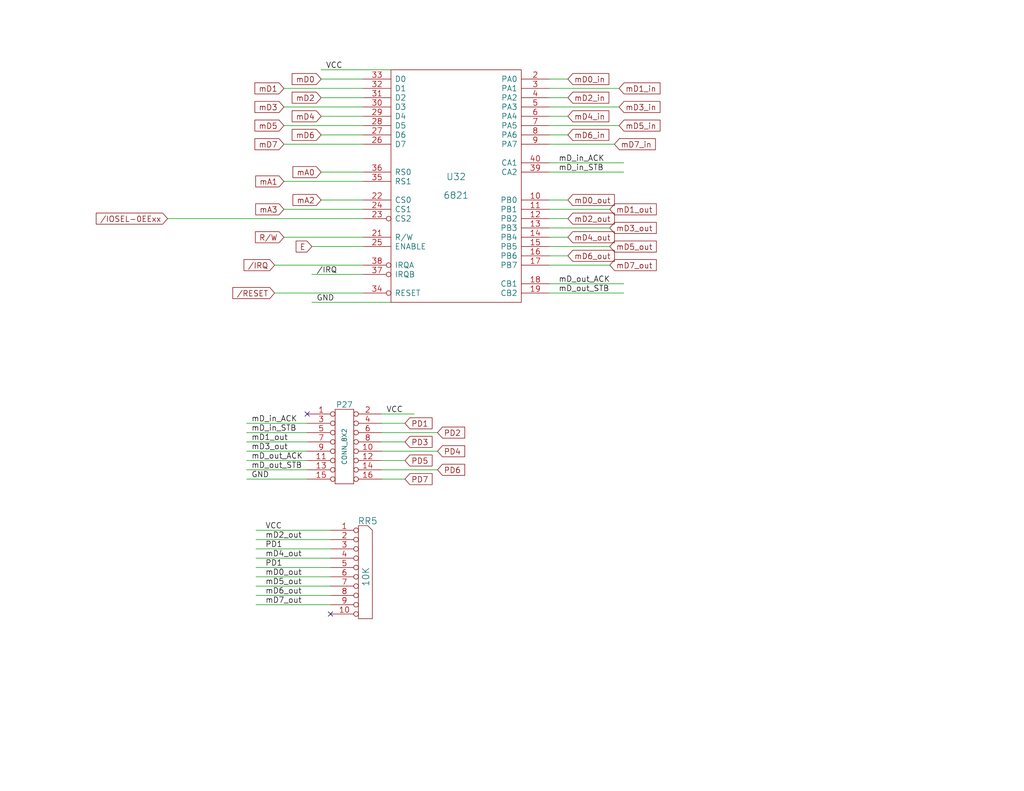
<source format=kicad_sch>
(kicad_sch
	(version 20231120)
	(generator "eeschema")
	(generator_version "8.0")
	(uuid "5c0104e9-265f-4c81-a928-64e344a1188a")
	(paper "A")
	(title_block
		(title "6809 and 6502 ATX and 6U")
		(date "19 feb 2014")
		(rev "012")
		(company "N8VEM Users Group")
		(comment 1 "Licensed for hobbyist use only.  All other rights reserved.")
		(comment 2 "Copyright (c) 2013-2014  Andrew Lynch and John Coffman")
	)
	(lib_symbols
		(symbol "6x0x-6U-rescue:6821"
			(pin_names
				(offset 1.016)
			)
			(exclude_from_sim no)
			(in_bom yes)
			(on_board yes)
			(property "Reference" "U"
				(at 0 2.54 0)
				(effects
					(font
						(size 1.778 1.778)
					)
				)
			)
			(property "Value" "6821"
				(at 0 -2.54 0)
				(effects
					(font
						(size 1.778 1.778)
					)
				)
			)
			(property "Footprint" ""
				(at 0 0 0)
				(effects
					(font
						(size 1.27 1.27)
					)
					(hide yes)
				)
			)
			(property "Datasheet" ""
				(at 0 0 0)
				(effects
					(font
						(size 1.27 1.27)
					)
					(hide yes)
				)
			)
			(property "Description" ""
				(at 0 0 0)
				(effects
					(font
						(size 1.27 1.27)
					)
					(hide yes)
				)
			)
			(property "Field5" ""
				(at 0 0 0)
				(effects
					(font
						(size 1.27 1.27)
					)
					(hide yes)
				)
			)
			(symbol "6821_0_1"
				(rectangle
					(start -17.78 -31.75)
					(end 17.78 31.75)
					(stroke
						(width 0)
						(type solid)
					)
					(fill
						(type none)
					)
				)
			)
			(symbol "6821_1_1"
				(pin power_in line
					(at -17.78 -31.75 90)
					(length 0) hide
					(name "VSS"
						(effects
							(font
								(size 1.524 1.524)
							)
						)
					)
					(number "1"
						(effects
							(font
								(size 1.524 1.524)
							)
						)
					)
				)
				(pin input line
					(at 25.4 -3.81 180)
					(length 7.62)
					(name "PB0"
						(effects
							(font
								(size 1.524 1.524)
							)
						)
					)
					(number "10"
						(effects
							(font
								(size 1.524 1.524)
							)
						)
					)
				)
				(pin input line
					(at 25.4 -6.35 180)
					(length 7.62)
					(name "PB1"
						(effects
							(font
								(size 1.524 1.524)
							)
						)
					)
					(number "11"
						(effects
							(font
								(size 1.524 1.524)
							)
						)
					)
				)
				(pin input line
					(at 25.4 -8.89 180)
					(length 7.62)
					(name "PB2"
						(effects
							(font
								(size 1.524 1.524)
							)
						)
					)
					(number "12"
						(effects
							(font
								(size 1.524 1.524)
							)
						)
					)
				)
				(pin input line
					(at 25.4 -11.43 180)
					(length 7.62)
					(name "PB3"
						(effects
							(font
								(size 1.524 1.524)
							)
						)
					)
					(number "13"
						(effects
							(font
								(size 1.524 1.524)
							)
						)
					)
				)
				(pin input line
					(at 25.4 -13.97 180)
					(length 7.62)
					(name "PB4"
						(effects
							(font
								(size 1.524 1.524)
							)
						)
					)
					(number "14"
						(effects
							(font
								(size 1.524 1.524)
							)
						)
					)
				)
				(pin input line
					(at 25.4 -16.51 180)
					(length 7.62)
					(name "PB5"
						(effects
							(font
								(size 1.524 1.524)
							)
						)
					)
					(number "15"
						(effects
							(font
								(size 1.524 1.524)
							)
						)
					)
				)
				(pin input line
					(at 25.4 -19.05 180)
					(length 7.62)
					(name "PB6"
						(effects
							(font
								(size 1.524 1.524)
							)
						)
					)
					(number "16"
						(effects
							(font
								(size 1.524 1.524)
							)
						)
					)
				)
				(pin input line
					(at 25.4 -21.59 180)
					(length 7.62)
					(name "PB7"
						(effects
							(font
								(size 1.524 1.524)
							)
						)
					)
					(number "17"
						(effects
							(font
								(size 1.524 1.524)
							)
						)
					)
				)
				(pin input line
					(at 25.4 -26.67 180)
					(length 7.62)
					(name "CB1"
						(effects
							(font
								(size 1.524 1.524)
							)
						)
					)
					(number "18"
						(effects
							(font
								(size 1.524 1.524)
							)
						)
					)
				)
				(pin input line
					(at 25.4 -29.21 180)
					(length 7.62)
					(name "CB2"
						(effects
							(font
								(size 1.524 1.524)
							)
						)
					)
					(number "19"
						(effects
							(font
								(size 1.524 1.524)
							)
						)
					)
				)
				(pin input line
					(at 25.4 29.21 180)
					(length 7.62)
					(name "PA0"
						(effects
							(font
								(size 1.524 1.524)
							)
						)
					)
					(number "2"
						(effects
							(font
								(size 1.524 1.524)
							)
						)
					)
				)
				(pin power_in line
					(at -17.78 31.75 90)
					(length 0) hide
					(name "VCC"
						(effects
							(font
								(size 1.524 1.524)
							)
						)
					)
					(number "20"
						(effects
							(font
								(size 1.524 1.524)
							)
						)
					)
				)
				(pin input line
					(at -25.4 -13.97 0)
					(length 7.62)
					(name "R/W"
						(effects
							(font
								(size 1.524 1.524)
							)
						)
					)
					(number "21"
						(effects
							(font
								(size 1.524 1.524)
							)
						)
					)
				)
				(pin input line
					(at -25.4 -3.81 0)
					(length 7.62)
					(name "CS0"
						(effects
							(font
								(size 1.524 1.524)
							)
						)
					)
					(number "22"
						(effects
							(font
								(size 1.524 1.524)
							)
						)
					)
				)
				(pin input inverted
					(at -25.4 -8.89 0)
					(length 7.62)
					(name "CS2"
						(effects
							(font
								(size 1.524 1.524)
							)
						)
					)
					(number "23"
						(effects
							(font
								(size 1.524 1.524)
							)
						)
					)
				)
				(pin input line
					(at -25.4 -6.35 0)
					(length 7.62)
					(name "CS1"
						(effects
							(font
								(size 1.524 1.524)
							)
						)
					)
					(number "24"
						(effects
							(font
								(size 1.524 1.524)
							)
						)
					)
				)
				(pin input line
					(at -25.4 -16.51 0)
					(length 7.62)
					(name "ENABLE"
						(effects
							(font
								(size 1.524 1.524)
							)
						)
					)
					(number "25"
						(effects
							(font
								(size 1.524 1.524)
							)
						)
					)
				)
				(pin input line
					(at -25.4 11.43 0)
					(length 7.62)
					(name "D7"
						(effects
							(font
								(size 1.524 1.524)
							)
						)
					)
					(number "26"
						(effects
							(font
								(size 1.524 1.524)
							)
						)
					)
				)
				(pin input line
					(at -25.4 13.97 0)
					(length 7.62)
					(name "D6"
						(effects
							(font
								(size 1.524 1.524)
							)
						)
					)
					(number "27"
						(effects
							(font
								(size 1.524 1.524)
							)
						)
					)
				)
				(pin input line
					(at -25.4 16.51 0)
					(length 7.62)
					(name "D5"
						(effects
							(font
								(size 1.524 1.524)
							)
						)
					)
					(number "28"
						(effects
							(font
								(size 1.524 1.524)
							)
						)
					)
				)
				(pin input line
					(at -25.4 19.05 0)
					(length 7.62)
					(name "D4"
						(effects
							(font
								(size 1.524 1.524)
							)
						)
					)
					(number "29"
						(effects
							(font
								(size 1.524 1.524)
							)
						)
					)
				)
				(pin input line
					(at 25.4 26.67 180)
					(length 7.62)
					(name "PA1"
						(effects
							(font
								(size 1.524 1.524)
							)
						)
					)
					(number "3"
						(effects
							(font
								(size 1.524 1.524)
							)
						)
					)
				)
				(pin input line
					(at -25.4 21.59 0)
					(length 7.62)
					(name "D3"
						(effects
							(font
								(size 1.524 1.524)
							)
						)
					)
					(number "30"
						(effects
							(font
								(size 1.524 1.524)
							)
						)
					)
				)
				(pin input line
					(at -25.4 24.13 0)
					(length 7.62)
					(name "D2"
						(effects
							(font
								(size 1.524 1.524)
							)
						)
					)
					(number "31"
						(effects
							(font
								(size 1.524 1.524)
							)
						)
					)
				)
				(pin input line
					(at -25.4 26.67 0)
					(length 7.62)
					(name "D1"
						(effects
							(font
								(size 1.524 1.524)
							)
						)
					)
					(number "32"
						(effects
							(font
								(size 1.524 1.524)
							)
						)
					)
				)
				(pin input line
					(at -25.4 29.21 0)
					(length 7.62)
					(name "D0"
						(effects
							(font
								(size 1.524 1.524)
							)
						)
					)
					(number "33"
						(effects
							(font
								(size 1.524 1.524)
							)
						)
					)
				)
				(pin input inverted
					(at -25.4 -29.21 0)
					(length 7.62)
					(name "RESET"
						(effects
							(font
								(size 1.524 1.524)
							)
						)
					)
					(number "34"
						(effects
							(font
								(size 1.524 1.524)
							)
						)
					)
				)
				(pin input line
					(at -25.4 1.27 0)
					(length 7.62)
					(name "RS1"
						(effects
							(font
								(size 1.524 1.524)
							)
						)
					)
					(number "35"
						(effects
							(font
								(size 1.524 1.524)
							)
						)
					)
				)
				(pin input line
					(at -25.4 3.81 0)
					(length 7.62)
					(name "RS0"
						(effects
							(font
								(size 1.524 1.524)
							)
						)
					)
					(number "36"
						(effects
							(font
								(size 1.524 1.524)
							)
						)
					)
				)
				(pin open_collector inverted
					(at -25.4 -24.13 0)
					(length 7.62)
					(name "IRQB"
						(effects
							(font
								(size 1.524 1.524)
							)
						)
					)
					(number "37"
						(effects
							(font
								(size 1.524 1.524)
							)
						)
					)
				)
				(pin open_collector inverted
					(at -25.4 -21.59 0)
					(length 7.62)
					(name "IRQA"
						(effects
							(font
								(size 1.524 1.524)
							)
						)
					)
					(number "38"
						(effects
							(font
								(size 1.524 1.524)
							)
						)
					)
				)
				(pin input line
					(at 25.4 3.81 180)
					(length 7.62)
					(name "CA2"
						(effects
							(font
								(size 1.524 1.524)
							)
						)
					)
					(number "39"
						(effects
							(font
								(size 1.524 1.524)
							)
						)
					)
				)
				(pin input line
					(at 25.4 24.13 180)
					(length 7.62)
					(name "PA2"
						(effects
							(font
								(size 1.524 1.524)
							)
						)
					)
					(number "4"
						(effects
							(font
								(size 1.524 1.524)
							)
						)
					)
				)
				(pin input line
					(at 25.4 6.35 180)
					(length 7.62)
					(name "CA1"
						(effects
							(font
								(size 1.524 1.524)
							)
						)
					)
					(number "40"
						(effects
							(font
								(size 1.524 1.524)
							)
						)
					)
				)
				(pin input line
					(at 25.4 21.59 180)
					(length 7.62)
					(name "PA3"
						(effects
							(font
								(size 1.524 1.524)
							)
						)
					)
					(number "5"
						(effects
							(font
								(size 1.524 1.524)
							)
						)
					)
				)
				(pin input line
					(at 25.4 19.05 180)
					(length 7.62)
					(name "PA4"
						(effects
							(font
								(size 1.524 1.524)
							)
						)
					)
					(number "6"
						(effects
							(font
								(size 1.524 1.524)
							)
						)
					)
				)
				(pin input line
					(at 25.4 16.51 180)
					(length 7.62)
					(name "PA5"
						(effects
							(font
								(size 1.524 1.524)
							)
						)
					)
					(number "7"
						(effects
							(font
								(size 1.524 1.524)
							)
						)
					)
				)
				(pin input line
					(at 25.4 13.97 180)
					(length 7.62)
					(name "PA6"
						(effects
							(font
								(size 1.524 1.524)
							)
						)
					)
					(number "8"
						(effects
							(font
								(size 1.524 1.524)
							)
						)
					)
				)
				(pin input line
					(at 25.4 11.43 180)
					(length 7.62)
					(name "PA7"
						(effects
							(font
								(size 1.524 1.524)
							)
						)
					)
					(number "9"
						(effects
							(font
								(size 1.524 1.524)
							)
						)
					)
				)
			)
		)
		(symbol "6x0x-6U-rescue:CONN_8X2"
			(pin_names
				(offset 1.016)
			)
			(exclude_from_sim no)
			(in_bom yes)
			(on_board yes)
			(property "Reference" "P"
				(at 0 11.43 0)
				(effects
					(font
						(size 1.524 1.524)
					)
				)
			)
			(property "Value" "CONN_8X2"
				(at 0 0 90)
				(effects
					(font
						(size 1.27 1.27)
					)
				)
			)
			(property "Footprint" ""
				(at 0 0 0)
				(effects
					(font
						(size 1.27 1.27)
					)
					(hide yes)
				)
			)
			(property "Datasheet" ""
				(at 0 0 0)
				(effects
					(font
						(size 1.27 1.27)
					)
					(hide yes)
				)
			)
			(property "Description" ""
				(at 0 0 0)
				(effects
					(font
						(size 1.27 1.27)
					)
					(hide yes)
				)
			)
			(property "Field5" ""
				(at 0 0 0)
				(effects
					(font
						(size 1.27 1.27)
					)
					(hide yes)
				)
			)
			(symbol "CONN_8X2_0_1"
				(rectangle
					(start -2.54 10.16)
					(end 2.54 -10.16)
					(stroke
						(width 0)
						(type solid)
					)
					(fill
						(type none)
					)
				)
			)
			(symbol "CONN_8X2_1_1"
				(pin passive inverted
					(at -10.16 8.89 0)
					(length 7.62)
					(name "~"
						(effects
							(font
								(size 1.524 1.524)
							)
						)
					)
					(number "1"
						(effects
							(font
								(size 1.524 1.524)
							)
						)
					)
				)
				(pin passive inverted
					(at 10.16 -1.27 180)
					(length 7.62)
					(name "~"
						(effects
							(font
								(size 1.524 1.524)
							)
						)
					)
					(number "10"
						(effects
							(font
								(size 1.524 1.524)
							)
						)
					)
				)
				(pin passive inverted
					(at -10.16 -3.81 0)
					(length 7.62)
					(name "~"
						(effects
							(font
								(size 1.524 1.524)
							)
						)
					)
					(number "11"
						(effects
							(font
								(size 1.524 1.524)
							)
						)
					)
				)
				(pin passive inverted
					(at 10.16 -3.81 180)
					(length 7.62)
					(name "~"
						(effects
							(font
								(size 1.524 1.524)
							)
						)
					)
					(number "12"
						(effects
							(font
								(size 1.524 1.524)
							)
						)
					)
				)
				(pin passive inverted
					(at -10.16 -6.35 0)
					(length 7.62)
					(name "~"
						(effects
							(font
								(size 1.524 1.524)
							)
						)
					)
					(number "13"
						(effects
							(font
								(size 1.524 1.524)
							)
						)
					)
				)
				(pin passive inverted
					(at 10.16 -6.35 180)
					(length 7.62)
					(name "~"
						(effects
							(font
								(size 1.524 1.524)
							)
						)
					)
					(number "14"
						(effects
							(font
								(size 1.524 1.524)
							)
						)
					)
				)
				(pin passive inverted
					(at -10.16 -8.89 0)
					(length 7.62)
					(name "~"
						(effects
							(font
								(size 1.524 1.524)
							)
						)
					)
					(number "15"
						(effects
							(font
								(size 1.524 1.524)
							)
						)
					)
				)
				(pin passive inverted
					(at 10.16 -8.89 180)
					(length 7.62)
					(name "~"
						(effects
							(font
								(size 1.524 1.524)
							)
						)
					)
					(number "16"
						(effects
							(font
								(size 1.524 1.524)
							)
						)
					)
				)
				(pin passive inverted
					(at 10.16 8.89 180)
					(length 7.62)
					(name "~"
						(effects
							(font
								(size 1.524 1.524)
							)
						)
					)
					(number "2"
						(effects
							(font
								(size 1.524 1.524)
							)
						)
					)
				)
				(pin passive inverted
					(at -10.16 6.35 0)
					(length 7.62)
					(name "~"
						(effects
							(font
								(size 1.524 1.524)
							)
						)
					)
					(number "3"
						(effects
							(font
								(size 1.524 1.524)
							)
						)
					)
				)
				(pin passive inverted
					(at 10.16 6.35 180)
					(length 7.62)
					(name "~"
						(effects
							(font
								(size 1.524 1.524)
							)
						)
					)
					(number "4"
						(effects
							(font
								(size 1.524 1.524)
							)
						)
					)
				)
				(pin passive inverted
					(at -10.16 3.81 0)
					(length 7.62)
					(name "~"
						(effects
							(font
								(size 1.524 1.524)
							)
						)
					)
					(number "5"
						(effects
							(font
								(size 1.524 1.524)
							)
						)
					)
				)
				(pin passive inverted
					(at 10.16 3.81 180)
					(length 7.62)
					(name "~"
						(effects
							(font
								(size 1.524 1.524)
							)
						)
					)
					(number "6"
						(effects
							(font
								(size 1.524 1.524)
							)
						)
					)
				)
				(pin passive inverted
					(at -10.16 1.27 0)
					(length 7.62)
					(name "~"
						(effects
							(font
								(size 1.524 1.524)
							)
						)
					)
					(number "7"
						(effects
							(font
								(size 1.524 1.524)
							)
						)
					)
				)
				(pin passive inverted
					(at 10.16 1.27 180)
					(length 7.62)
					(name "~"
						(effects
							(font
								(size 1.524 1.524)
							)
						)
					)
					(number "8"
						(effects
							(font
								(size 1.524 1.524)
							)
						)
					)
				)
				(pin passive inverted
					(at -10.16 -1.27 0)
					(length 7.62)
					(name "~"
						(effects
							(font
								(size 1.524 1.524)
							)
						)
					)
					(number "9"
						(effects
							(font
								(size 1.524 1.524)
							)
						)
					)
				)
			)
		)
		(symbol "6x0x-6U-rescue:RR9"
			(pin_names
				(offset 1.016) hide)
			(exclude_from_sim no)
			(in_bom yes)
			(on_board yes)
			(property "Reference" "RR"
				(at 1.27 15.24 0)
				(effects
					(font
						(size 1.778 1.778)
					)
				)
			)
			(property "Value" "RR9"
				(at 0.762 0 90)
				(effects
					(font
						(size 1.778 1.778)
					)
				)
			)
			(property "Footprint" ""
				(at 0 0 0)
				(effects
					(font
						(size 1.27 1.27)
					)
					(hide yes)
				)
			)
			(property "Datasheet" ""
				(at 0 0 0)
				(effects
					(font
						(size 1.27 1.27)
					)
					(hide yes)
				)
			)
			(property "Description" ""
				(at 0 0 0)
				(effects
					(font
						(size 1.27 1.27)
					)
					(hide yes)
				)
			)
			(property "Field5" ""
				(at 0 0 0)
				(effects
					(font
						(size 1.27 1.27)
					)
					(hide yes)
				)
			)
			(symbol "RR9_0_1"
				(polyline
					(pts
						(xy -1.27 -11.43) (xy -1.27 13.97) (xy 1.27 13.97) (xy 2.54 12.7) (xy 2.54 -11.43) (xy -1.27 -11.43)
					)
					(stroke
						(width 0)
						(type solid)
					)
					(fill
						(type none)
					)
				)
			)
			(symbol "RR9_1_1"
				(pin passive inverted
					(at -8.89 12.7 0)
					(length 7.62)
					(name "COM"
						(effects
							(font
								(size 1.524 1.524)
							)
						)
					)
					(number "1"
						(effects
							(font
								(size 1.524 1.524)
							)
						)
					)
				)
				(pin passive inverted
					(at -8.89 -10.16 0)
					(length 7.62)
					(name "10"
						(effects
							(font
								(size 1.524 1.524)
							)
						)
					)
					(number "10"
						(effects
							(font
								(size 1.524 1.524)
							)
						)
					)
				)
				(pin passive inverted
					(at -8.89 10.16 0)
					(length 7.62)
					(name "2"
						(effects
							(font
								(size 1.524 1.524)
							)
						)
					)
					(number "2"
						(effects
							(font
								(size 1.524 1.524)
							)
						)
					)
				)
				(pin passive inverted
					(at -8.89 7.62 0)
					(length 7.62)
					(name "3"
						(effects
							(font
								(size 1.524 1.524)
							)
						)
					)
					(number "3"
						(effects
							(font
								(size 1.524 1.524)
							)
						)
					)
				)
				(pin passive inverted
					(at -8.89 5.08 0)
					(length 7.62)
					(name "4"
						(effects
							(font
								(size 1.524 1.524)
							)
						)
					)
					(number "4"
						(effects
							(font
								(size 1.524 1.524)
							)
						)
					)
				)
				(pin passive inverted
					(at -8.89 2.54 0)
					(length 7.62)
					(name "5"
						(effects
							(font
								(size 1.524 1.524)
							)
						)
					)
					(number "5"
						(effects
							(font
								(size 1.524 1.524)
							)
						)
					)
				)
				(pin passive inverted
					(at -8.89 0 0)
					(length 7.62)
					(name "6"
						(effects
							(font
								(size 1.524 1.524)
							)
						)
					)
					(number "6"
						(effects
							(font
								(size 1.524 1.524)
							)
						)
					)
				)
				(pin passive inverted
					(at -8.89 -2.54 0)
					(length 7.62)
					(name "7"
						(effects
							(font
								(size 1.524 1.524)
							)
						)
					)
					(number "7"
						(effects
							(font
								(size 1.524 1.524)
							)
						)
					)
				)
				(pin passive inverted
					(at -8.89 -5.08 0)
					(length 7.62)
					(name "8"
						(effects
							(font
								(size 1.524 1.524)
							)
						)
					)
					(number "8"
						(effects
							(font
								(size 1.524 1.524)
							)
						)
					)
				)
				(pin passive inverted
					(at -8.89 -7.62 0)
					(length 7.62)
					(name "9"
						(effects
							(font
								(size 1.524 1.524)
							)
						)
					)
					(number "9"
						(effects
							(font
								(size 1.524 1.524)
							)
						)
					)
				)
			)
		)
	)
	(no_connect
		(at 90.17 167.64)
		(uuid "0a6922b5-e289-4249-9522-42bf25f59f84")
	)
	(no_connect
		(at 83.82 113.03)
		(uuid "4774f332-1a76-4a64-a98b-b46a43ac079a")
	)
	(wire
		(pts
			(xy 90.17 152.4) (xy 69.85 152.4)
		)
		(stroke
			(width 0)
			(type default)
		)
		(uuid "0125487c-c85b-415f-8684-754a4a639e6f")
	)
	(wire
		(pts
			(xy 83.82 125.73) (xy 67.31 125.73)
		)
		(stroke
			(width 0)
			(type default)
		)
		(uuid "02f4db67-1d91-4370-a5a1-69f4b002fca5")
	)
	(wire
		(pts
			(xy 90.17 149.86) (xy 69.85 149.86)
		)
		(stroke
			(width 0)
			(type default)
		)
		(uuid "0d123a04-5246-49b0-ad61-beac6dc21850")
	)
	(wire
		(pts
			(xy 90.17 162.56) (xy 69.85 162.56)
		)
		(stroke
			(width 0)
			(type default)
		)
		(uuid "0e48ca73-ddef-4afe-a689-9ea66c7eeeaa")
	)
	(wire
		(pts
			(xy 87.63 19.05) (xy 106.68 19.05)
		)
		(stroke
			(width 0)
			(type default)
		)
		(uuid "104e2c26-a4ff-48d0-950c-60a172e7902f")
	)
	(wire
		(pts
			(xy 85.09 82.55) (xy 106.68 82.55)
		)
		(stroke
			(width 0)
			(type default)
		)
		(uuid "16f1c2f8-3bdd-4a35-9133-ac7ee4d2fbfc")
	)
	(wire
		(pts
			(xy 149.86 24.13) (xy 168.91 24.13)
		)
		(stroke
			(width 0)
			(type default)
		)
		(uuid "1adab691-0eb6-464d-8682-ab6754a737da")
	)
	(wire
		(pts
			(xy 90.17 165.1) (xy 69.85 165.1)
		)
		(stroke
			(width 0)
			(type default)
		)
		(uuid "1bffeff8-363a-4b74-bf36-6dc619c70bf4")
	)
	(wire
		(pts
			(xy 104.14 118.11) (xy 119.38 118.11)
		)
		(stroke
			(width 0)
			(type default)
		)
		(uuid "1c681d0f-d367-4f78-b9dc-061bc20eed6a")
	)
	(wire
		(pts
			(xy 104.14 123.19) (xy 119.38 123.19)
		)
		(stroke
			(width 0)
			(type default)
		)
		(uuid "1ffab529-aa77-423c-98f7-db750ec3d48b")
	)
	(wire
		(pts
			(xy 83.82 115.57) (xy 67.31 115.57)
		)
		(stroke
			(width 0)
			(type default)
		)
		(uuid "260e1272-e5dc-4c64-8a00-88688803ba49")
	)
	(wire
		(pts
			(xy 104.14 130.81) (xy 110.49 130.81)
		)
		(stroke
			(width 0)
			(type default)
		)
		(uuid "2b1edf11-112a-4a7d-be71-7c03a8b47465")
	)
	(wire
		(pts
			(xy 99.06 39.37) (xy 77.47 39.37)
		)
		(stroke
			(width 0)
			(type default)
		)
		(uuid "2b77d3dc-fabf-42ee-a65d-6d4329392549")
	)
	(wire
		(pts
			(xy 99.06 31.75) (xy 87.63 31.75)
		)
		(stroke
			(width 0)
			(type default)
		)
		(uuid "2d24b2c0-57a8-46a8-b2c1-216350ee0bdb")
	)
	(wire
		(pts
			(xy 87.63 54.61) (xy 99.06 54.61)
		)
		(stroke
			(width 0)
			(type default)
		)
		(uuid "2f2ba813-91af-4ffd-ab64-81e5b49c872d")
	)
	(wire
		(pts
			(xy 166.37 62.23) (xy 149.86 62.23)
		)
		(stroke
			(width 0)
			(type default)
		)
		(uuid "38addbb0-f495-43a5-aa7a-0fec6e89a4e8")
	)
	(wire
		(pts
			(xy 149.86 72.39) (xy 166.37 72.39)
		)
		(stroke
			(width 0)
			(type default)
		)
		(uuid "3d5f5451-581f-4821-97eb-a30b4d518609")
	)
	(wire
		(pts
			(xy 45.72 59.69) (xy 99.06 59.69)
		)
		(stroke
			(width 0)
			(type default)
		)
		(uuid "40da18db-5542-4564-96d9-a3a881779ec5")
	)
	(wire
		(pts
			(xy 149.86 39.37) (xy 167.64 39.37)
		)
		(stroke
			(width 0)
			(type default)
		)
		(uuid "48fd0df3-399f-42cc-9a13-0e1539933ac8")
	)
	(wire
		(pts
			(xy 99.06 36.83) (xy 87.63 36.83)
		)
		(stroke
			(width 0)
			(type default)
		)
		(uuid "520f4827-d93c-4f99-b18f-b52b0cf1a7f3")
	)
	(wire
		(pts
			(xy 113.03 113.03) (xy 104.14 113.03)
		)
		(stroke
			(width 0)
			(type default)
		)
		(uuid "561ddf9b-0631-432b-afca-f7c155d606ce")
	)
	(wire
		(pts
			(xy 170.18 80.01) (xy 149.86 80.01)
		)
		(stroke
			(width 0)
			(type default)
		)
		(uuid "5792967f-9752-42b3-b6b3-ad133a2af2a7")
	)
	(wire
		(pts
			(xy 104.14 115.57) (xy 110.49 115.57)
		)
		(stroke
			(width 0)
			(type default)
		)
		(uuid "5af8f4c2-522f-4d69-9e12-5668507392cf")
	)
	(wire
		(pts
			(xy 166.37 57.15) (xy 149.86 57.15)
		)
		(stroke
			(width 0)
			(type default)
		)
		(uuid "5dbb2ab0-5d0a-4ece-8af6-2e3baa5cc060")
	)
	(wire
		(pts
			(xy 170.18 46.99) (xy 149.86 46.99)
		)
		(stroke
			(width 0)
			(type default)
		)
		(uuid "5f777e98-a98a-4ec5-82c1-3214c84d6165")
	)
	(wire
		(pts
			(xy 77.47 49.53) (xy 99.06 49.53)
		)
		(stroke
			(width 0)
			(type default)
		)
		(uuid "65ce0fa0-20e3-4db1-9c49-5880aab4108f")
	)
	(wire
		(pts
			(xy 99.06 29.21) (xy 77.47 29.21)
		)
		(stroke
			(width 0)
			(type default)
		)
		(uuid "662282ae-9532-4926-ae3f-16da3aa6a6af")
	)
	(wire
		(pts
			(xy 149.86 54.61) (xy 154.94 54.61)
		)
		(stroke
			(width 0)
			(type default)
		)
		(uuid "66bb8c92-a070-40bf-9e91-0532e0752651")
	)
	(wire
		(pts
			(xy 83.82 128.27) (xy 67.31 128.27)
		)
		(stroke
			(width 0)
			(type default)
		)
		(uuid "69701eab-e41c-446d-ab06-17257577726a")
	)
	(wire
		(pts
			(xy 77.47 64.77) (xy 99.06 64.77)
		)
		(stroke
			(width 0)
			(type default)
		)
		(uuid "716ecb11-ca7a-4a8c-ad96-d35dd72cdafe")
	)
	(wire
		(pts
			(xy 104.14 125.73) (xy 110.49 125.73)
		)
		(stroke
			(width 0)
			(type default)
		)
		(uuid "7b084a9f-7422-4690-be61-d227e60d0abf")
	)
	(wire
		(pts
			(xy 149.86 21.59) (xy 154.94 21.59)
		)
		(stroke
			(width 0)
			(type default)
		)
		(uuid "83008dc4-fb62-4938-bf26-49e43294d5d3")
	)
	(wire
		(pts
			(xy 83.82 130.81) (xy 67.31 130.81)
		)
		(stroke
			(width 0)
			(type default)
		)
		(uuid "833b9540-811f-476c-9e8b-5fe37d538efb")
	)
	(wire
		(pts
			(xy 99.06 21.59) (xy 87.63 21.59)
		)
		(stroke
			(width 0)
			(type default)
		)
		(uuid "8626f241-a9c4-409a-9861-f1ab24d1a0b9")
	)
	(wire
		(pts
			(xy 85.09 67.31) (xy 99.06 67.31)
		)
		(stroke
			(width 0)
			(type default)
		)
		(uuid "89252f3e-a3cb-434b-8d06-5f8c1cce90b3")
	)
	(wire
		(pts
			(xy 149.86 69.85) (xy 154.94 69.85)
		)
		(stroke
			(width 0)
			(type default)
		)
		(uuid "8d0af93b-a46e-4ae2-84e5-99ad7a61bb12")
	)
	(wire
		(pts
			(xy 149.86 36.83) (xy 154.94 36.83)
		)
		(stroke
			(width 0)
			(type default)
		)
		(uuid "9a9b0da2-a9f4-43b1-b721-68f07be762bb")
	)
	(wire
		(pts
			(xy 104.14 120.65) (xy 110.49 120.65)
		)
		(stroke
			(width 0)
			(type default)
		)
		(uuid "9b95b08c-1abe-436a-9fc8-dd44d383c4e3")
	)
	(wire
		(pts
			(xy 149.86 67.31) (xy 166.37 67.31)
		)
		(stroke
			(width 0)
			(type default)
		)
		(uuid "9c75de4d-5d0c-438e-97f3-ca88a09d7545")
	)
	(wire
		(pts
			(xy 74.93 80.01) (xy 99.06 80.01)
		)
		(stroke
			(width 0)
			(type default)
		)
		(uuid "9ca21e2a-d732-4601-8b79-b6edd4bf9452")
	)
	(wire
		(pts
			(xy 149.86 34.29) (xy 168.91 34.29)
		)
		(stroke
			(width 0)
			(type default)
		)
		(uuid "9d583fd3-5ac4-4811-8da1-46fd6a9cc321")
	)
	(wire
		(pts
			(xy 99.06 26.67) (xy 87.63 26.67)
		)
		(stroke
			(width 0)
			(type default)
		)
		(uuid "9eeba64d-4103-49e4-a33a-6658d71c8088")
	)
	(wire
		(pts
			(xy 87.63 46.99) (xy 99.06 46.99)
		)
		(stroke
			(width 0)
			(type default)
		)
		(uuid "a26981c8-caa6-450f-b1dd-a61beccd63fa")
	)
	(wire
		(pts
			(xy 77.47 57.15) (xy 99.06 57.15)
		)
		(stroke
			(width 0)
			(type default)
		)
		(uuid "a72997f5-9c91-4c8b-afe7-6c2a5a22ddcf")
	)
	(wire
		(pts
			(xy 83.82 120.65) (xy 67.31 120.65)
		)
		(stroke
			(width 0)
			(type default)
		)
		(uuid "a8791cc1-f1a8-4917-98b9-d479b5f60f19")
	)
	(wire
		(pts
			(xy 99.06 34.29) (xy 77.47 34.29)
		)
		(stroke
			(width 0)
			(type default)
		)
		(uuid "b7af8ad5-3574-4e8a-9bab-23a0c86d12f3")
	)
	(wire
		(pts
			(xy 83.82 118.11) (xy 67.31 118.11)
		)
		(stroke
			(width 0)
			(type default)
		)
		(uuid "ba0b9df2-3466-45d2-a554-65b8402b97b3")
	)
	(wire
		(pts
			(xy 149.86 26.67) (xy 154.94 26.67)
		)
		(stroke
			(width 0)
			(type default)
		)
		(uuid "bc8ff3ec-94d9-4d07-b723-3392a0bcaaf2")
	)
	(wire
		(pts
			(xy 104.14 128.27) (xy 119.38 128.27)
		)
		(stroke
			(width 0)
			(type default)
		)
		(uuid "bccb95a1-6a3f-4adc-8489-b93e4108a9f5")
	)
	(wire
		(pts
			(xy 99.06 24.13) (xy 77.47 24.13)
		)
		(stroke
			(width 0)
			(type default)
		)
		(uuid "c1277725-bc80-4465-bcd1-089b8c7afc88")
	)
	(wire
		(pts
			(xy 74.93 72.39) (xy 99.06 72.39)
		)
		(stroke
			(width 0)
			(type default)
		)
		(uuid "c1f17f30-b5ee-4203-ae04-8cc34acb5f2a")
	)
	(wire
		(pts
			(xy 149.86 31.75) (xy 154.94 31.75)
		)
		(stroke
			(width 0)
			(type default)
		)
		(uuid "c483643a-dcd6-4ca1-aa49-8c019ea358e0")
	)
	(wire
		(pts
			(xy 90.17 147.32) (xy 69.85 147.32)
		)
		(stroke
			(width 0)
			(type default)
		)
		(uuid "c69b2a0e-1fc6-4a61-8230-29afe8d3444c")
	)
	(wire
		(pts
			(xy 149.86 59.69) (xy 154.94 59.69)
		)
		(stroke
			(width 0)
			(type default)
		)
		(uuid "c95dddac-76d8-4f00-aad2-cb4fcad2952d")
	)
	(wire
		(pts
			(xy 90.17 160.02) (xy 69.85 160.02)
		)
		(stroke
			(width 0)
			(type default)
		)
		(uuid "cd12682b-5db2-41bf-8617-9d6df06a9cc8")
	)
	(wire
		(pts
			(xy 149.86 64.77) (xy 154.94 64.77)
		)
		(stroke
			(width 0)
			(type default)
		)
		(uuid "d3ae1913-3f96-436b-8df4-102f74acf978")
	)
	(wire
		(pts
			(xy 90.17 157.48) (xy 69.85 157.48)
		)
		(stroke
			(width 0)
			(type default)
		)
		(uuid "deeae2d3-e32d-45a7-ac4c-e49aa71eab8c")
	)
	(wire
		(pts
			(xy 85.09 74.93) (xy 99.06 74.93)
		)
		(stroke
			(width 0)
			(type default)
		)
		(uuid "e1a3fc0b-c62f-4f11-b06e-af01e2be8991")
	)
	(wire
		(pts
			(xy 90.17 154.94) (xy 69.85 154.94)
		)
		(stroke
			(width 0)
			(type default)
		)
		(uuid "e50cde61-fd7b-478f-a715-fe0985ab11aa")
	)
	(wire
		(pts
			(xy 170.18 77.47) (xy 149.86 77.47)
		)
		(stroke
			(width 0)
			(type default)
		)
		(uuid "f0603c15-7f92-40e5-a225-4e255a201694")
	)
	(wire
		(pts
			(xy 149.86 29.21) (xy 168.91 29.21)
		)
		(stroke
			(width 0)
			(type default)
		)
		(uuid "f5f31bb7-ac4c-48fd-89f8-ce5d7c7ebd2d")
	)
	(wire
		(pts
			(xy 90.17 144.78) (xy 69.85 144.78)
		)
		(stroke
			(width 0)
			(type default)
		)
		(uuid "fc11603f-5fbe-42eb-8468-fa77987889aa")
	)
	(wire
		(pts
			(xy 170.18 44.45) (xy 149.86 44.45)
		)
		(stroke
			(width 0)
			(type default)
		)
		(uuid "fc2c6d62-0964-416f-b780-35cee516fd1e")
	)
	(wire
		(pts
			(xy 83.82 123.19) (xy 67.31 123.19)
		)
		(stroke
			(width 0)
			(type default)
		)
		(uuid "fd8a17b2-3883-4144-b65e-5c2ec808240e")
	)
	(label "mD_out_STB"
		(at 152.4 80.01 0)
		(fields_autoplaced yes)
		(effects
			(font
				(size 1.524 1.524)
			)
			(justify left bottom)
		)
		(uuid "0a9ab9af-265f-4467-b2a0-12f4b203441a")
	)
	(label "/IRQ"
		(at 86.36 74.93 0)
		(fields_autoplaced yes)
		(effects
			(font
				(size 1.524 1.524)
			)
			(justify left bottom)
		)
		(uuid "1214c6d1-2f20-4c29-80f8-65a523634760")
	)
	(label "mD_out_ACK"
		(at 68.58 125.73 0)
		(fields_autoplaced yes)
		(effects
			(font
				(size 1.524 1.524)
			)
			(justify left bottom)
		)
		(uuid "12dd67a7-2758-4178-b753-82ba0a8edeaa")
	)
	(label "mD0_out"
		(at 72.39 157.48 0)
		(fields_autoplaced yes)
		(effects
			(font
				(size 1.524 1.524)
			)
			(justify left bottom)
		)
		(uuid "135bb13f-0112-4a88-af27-c3d90aa7ba20")
	)
	(label "mD_out_ACK"
		(at 152.4 77.47 0)
		(fields_autoplaced yes)
		(effects
			(font
				(size 1.524 1.524)
			)
			(justify left bottom)
		)
		(uuid "167d2b90-628e-4799-84e1-90b60c10ecf4")
	)
	(label "VCC"
		(at 88.9 19.05 0)
		(fields_autoplaced yes)
		(effects
			(font
				(size 1.524 1.524)
			)
			(justify left bottom)
		)
		(uuid "1b56486b-c197-4bb9-b42d-3979df0c0f48")
	)
	(label "mD_in_ACK"
		(at 152.4 44.45 0)
		(fields_autoplaced yes)
		(effects
			(font
				(size 1.524 1.524)
			)
			(justify left bottom)
		)
		(uuid "22725a3d-a952-4c9c-8a50-0c4519965f00")
	)
	(label "mD4_out"
		(at 72.39 152.4 0)
		(fields_autoplaced yes)
		(effects
			(font
				(size 1.524 1.524)
			)
			(justify left bottom)
		)
		(uuid "24653b02-962f-410e-b34b-267fee012c73")
	)
	(label "VCC"
		(at 72.39 144.78 0)
		(fields_autoplaced yes)
		(effects
			(font
				(size 1.524 1.524)
			)
			(justify left bottom)
		)
		(uuid "2b0b347e-ca97-423a-b60d-0ab921a561f2")
	)
	(label "mD3_out"
		(at 68.58 123.19 0)
		(fields_autoplaced yes)
		(effects
			(font
				(size 1.524 1.524)
			)
			(justify left bottom)
		)
		(uuid "3fa1cd97-0f3f-476d-8841-6ea3303136be")
	)
	(label "mD1_out"
		(at 68.58 120.65 0)
		(fields_autoplaced yes)
		(effects
			(font
				(size 1.524 1.524)
			)
			(justify left bottom)
		)
		(uuid "546529bf-9d4d-4551-b5a5-c9ecf9cfdd7c")
	)
	(label "mD5_out"
		(at 72.39 160.02 0)
		(fields_autoplaced yes)
		(effects
			(font
				(size 1.524 1.524)
			)
			(justify left bottom)
		)
		(uuid "5dafa24a-8685-43d1-9321-2cf3a8f44b23")
	)
	(label "GND"
		(at 68.58 130.81 0)
		(fields_autoplaced yes)
		(effects
			(font
				(size 1.524 1.524)
			)
			(justify left bottom)
		)
		(uuid "5f959c8a-ee4b-462b-b6ac-0b892a63ce2b")
	)
	(label "mD_out_STB"
		(at 68.58 128.27 0)
		(fields_autoplaced yes)
		(effects
			(font
				(size 1.524 1.524)
			)
			(justify left bottom)
		)
		(uuid "7993387a-6fc2-466e-b287-d6868bc364af")
	)
	(label "mD_in_STB"
		(at 152.4 46.99 0)
		(fields_autoplaced yes)
		(effects
			(font
				(size 1.524 1.524)
			)
			(justify left bottom)
		)
		(uuid "7da27d87-ee74-48ba-a770-92e10cf702bb")
	)
	(label "mD2_out"
		(at 72.39 147.32 0)
		(fields_autoplaced yes)
		(effects
			(font
				(size 1.524 1.524)
			)
			(justify left bottom)
		)
		(uuid "803bb890-3315-45af-9a59-82ccc23c0fc1")
	)
	(label "mD_in_ACK"
		(at 68.58 115.57 0)
		(fields_autoplaced yes)
		(effects
			(font
				(size 1.524 1.524)
			)
			(justify left bottom)
		)
		(uuid "a3152cc2-0ab6-425f-8c81-84c7124a227f")
	)
	(label "mD6_out"
		(at 72.39 162.56 0)
		(fields_autoplaced yes)
		(effects
			(font
				(size 1.524 1.524)
			)
			(justify left bottom)
		)
		(uuid "ac68a551-1a80-4bb6-bba3-480e82c569fb")
	)
	(label "PD1"
		(at 72.39 149.86 0)
		(fields_autoplaced yes)
		(effects
			(font
				(size 1.524 1.524)
			)
			(justify left bottom)
		)
		(uuid "b8ca70ed-47e6-4ed3-9d87-75a44aa1389a")
	)
	(label "GND"
		(at 86.36 82.55 0)
		(fields_autoplaced yes)
		(effects
			(font
				(size 1.524 1.524)
			)
			(justify left bottom)
		)
		(uuid "b9ae6843-2c3c-40af-8994-c7aea4812e9b")
	)
	(label "mD_in_STB"
		(at 68.58 118.11 0)
		(fields_autoplaced yes)
		(effects
			(font
				(size 1.524 1.524)
			)
			(justify left bottom)
		)
		(uuid "c52c9654-5cd7-4c85-9015-7842c76cfb3b")
	)
	(label "PD1"
		(at 72.39 154.94 0)
		(fields_autoplaced yes)
		(effects
			(font
				(size 1.524 1.524)
			)
			(justify left bottom)
		)
		(uuid "e796575b-37e4-4609-a0b6-0092b109355c")
	)
	(label "mD7_out"
		(at 72.39 165.1 0)
		(fields_autoplaced yes)
		(effects
			(font
				(size 1.524 1.524)
			)
			(justify left bottom)
		)
		(uuid "f11e650f-9e93-4da9-9ba0-0fcc9018db80")
	)
	(label "VCC"
		(at 105.41 113.03 0)
		(fields_autoplaced yes)
		(effects
			(font
				(size 1.524 1.524)
			)
			(justify left bottom)
		)
		(uuid "fe207efd-a75a-4844-859e-992f06b4caf1")
	)
	(global_label "mD2_in"
		(shape input)
		(at 154.94 26.67 0)
		(effects
			(font
				(size 1.524 1.524)
			)
			(justify left)
		)
		(uuid "034d9105-e66a-406e-856d-181d35adbe17")
		(property "Intersheetrefs" "${INTERSHEET_REFS}"
			(at 154.94 26.67 0)
			(effects
				(font
					(size 1.27 1.27)
				)
				(hide yes)
			)
		)
	)
	(global_label "PD6"
		(shape input)
		(at 119.38 128.27 0)
		(effects
			(font
				(size 1.524 1.524)
			)
			(justify left)
		)
		(uuid "0aa141a8-194e-4632-8538-489fa5781024")
		(property "Intersheetrefs" "${INTERSHEET_REFS}"
			(at 119.38 128.27 0)
			(effects
				(font
					(size 1.27 1.27)
				)
				(hide yes)
			)
		)
	)
	(global_label "mD7"
		(shape input)
		(at 77.47 39.37 180)
		(effects
			(font
				(size 1.524 1.524)
			)
			(justify right)
		)
		(uuid "0acfe3ad-474f-4b78-88f7-d2659520ae34")
		(property "Intersheetrefs" "${INTERSHEET_REFS}"
			(at 77.47 39.37 0)
			(effects
				(font
					(size 1.27 1.27)
				)
				(hide yes)
			)
		)
	)
	(global_label "PD4"
		(shape input)
		(at 119.38 123.19 0)
		(effects
			(font
				(size 1.524 1.524)
			)
			(justify left)
		)
		(uuid "1347d36a-c520-4087-83a9-bdfba22efcb3")
		(property "Intersheetrefs" "${INTERSHEET_REFS}"
			(at 119.38 123.19 0)
			(effects
				(font
					(size 1.27 1.27)
				)
				(hide yes)
			)
		)
	)
	(global_label "mD7_out"
		(shape input)
		(at 166.37 72.39 0)
		(effects
			(font
				(size 1.524 1.524)
			)
			(justify left)
		)
		(uuid "150703de-2193-4267-8de7-34f0292931b4")
		(property "Intersheetrefs" "${INTERSHEET_REFS}"
			(at 166.37 72.39 0)
			(effects
				(font
					(size 1.27 1.27)
				)
				(hide yes)
			)
		)
	)
	(global_label "mD6"
		(shape input)
		(at 87.63 36.83 180)
		(effects
			(font
				(size 1.524 1.524)
			)
			(justify right)
		)
		(uuid "1f483a66-fb3c-4244-8918-a156f6f5e7f5")
		(property "Intersheetrefs" "${INTERSHEET_REFS}"
			(at 87.63 36.83 0)
			(effects
				(font
					(size 1.27 1.27)
				)
				(hide yes)
			)
		)
	)
	(global_label "mD2_out"
		(shape input)
		(at 154.94 59.69 0)
		(effects
			(font
				(size 1.524 1.524)
			)
			(justify left)
		)
		(uuid "30cf3ede-9740-4ee8-a58e-a5049a76f981")
		(property "Intersheetrefs" "${INTERSHEET_REFS}"
			(at 154.94 59.69 0)
			(effects
				(font
					(size 1.27 1.27)
				)
				(hide yes)
			)
		)
	)
	(global_label "/IRQ"
		(shape input)
		(at 74.93 72.39 180)
		(effects
			(font
				(size 1.524 1.524)
			)
			(justify right)
		)
		(uuid "31386c58-4811-4a3d-86ed-132598bfbf35")
		(property "Intersheetrefs" "${INTERSHEET_REFS}"
			(at 74.93 72.39 0)
			(effects
				(font
					(size 1.27 1.27)
				)
				(hide yes)
			)
		)
	)
	(global_label "mD6_out"
		(shape input)
		(at 154.94 69.85 0)
		(effects
			(font
				(size 1.524 1.524)
			)
			(justify left)
		)
		(uuid "33b1803b-aab3-429c-9d0d-b63466c6e18b")
		(property "Intersheetrefs" "${INTERSHEET_REFS}"
			(at 154.94 69.85 0)
			(effects
				(font
					(size 1.27 1.27)
				)
				(hide yes)
			)
		)
	)
	(global_label "mA2"
		(shape input)
		(at 87.63 54.61 180)
		(effects
			(font
				(size 1.524 1.524)
			)
			(justify right)
		)
		(uuid "3ad08a33-b6d6-4ce4-89b2-11b88927665a")
		(property "Intersheetrefs" "${INTERSHEET_REFS}"
			(at 87.63 54.61 0)
			(effects
				(font
					(size 1.27 1.27)
				)
				(hide yes)
			)
		)
	)
	(global_label "/IOSEL-0EExx"
		(shape input)
		(at 45.72 59.69 180)
		(effects
			(font
				(size 1.524 1.524)
			)
			(justify right)
		)
		(uuid "3bb730fe-337c-47f1-b992-15f3350c5113")
		(property "Intersheetrefs" "${INTERSHEET_REFS}"
			(at 45.72 59.69 0)
			(effects
				(font
					(size 1.27 1.27)
				)
				(hide yes)
			)
		)
	)
	(global_label "PD5"
		(shape input)
		(at 110.49 125.73 0)
		(effects
			(font
				(size 1.524 1.524)
			)
			(justify left)
		)
		(uuid "475b1e37-cc4e-4b11-abe0-4cfab4d1a51a")
		(property "Intersheetrefs" "${INTERSHEET_REFS}"
			(at 110.49 125.73 0)
			(effects
				(font
					(size 1.27 1.27)
				)
				(hide yes)
			)
		)
	)
	(global_label "mD0_in"
		(shape input)
		(at 154.94 21.59 0)
		(effects
			(font
				(size 1.524 1.524)
			)
			(justify left)
		)
		(uuid "48e58c41-297c-48b4-b481-1ec613d7a24d")
		(property "Intersheetrefs" "${INTERSHEET_REFS}"
			(at 154.94 21.59 0)
			(effects
				(font
					(size 1.27 1.27)
				)
				(hide yes)
			)
		)
	)
	(global_label "mD5_in"
		(shape input)
		(at 168.91 34.29 0)
		(effects
			(font
				(size 1.524 1.524)
			)
			(justify left)
		)
		(uuid "4fb25fe0-72e8-4073-a9e1-5648f0af1b76")
		(property "Intersheetrefs" "${INTERSHEET_REFS}"
			(at 168.91 34.29 0)
			(effects
				(font
					(size 1.27 1.27)
				)
				(hide yes)
			)
		)
	)
	(global_label "mD0"
		(shape input)
		(at 87.63 21.59 180)
		(effects
			(font
				(size 1.524 1.524)
			)
			(justify right)
		)
		(uuid "5aa8085f-2a6f-409c-a50b-4cc18a9f1f11")
		(property "Intersheetrefs" "${INTERSHEET_REFS}"
			(at 87.63 21.59 0)
			(effects
				(font
					(size 1.27 1.27)
				)
				(hide yes)
			)
		)
	)
	(global_label "mA3"
		(shape input)
		(at 77.47 57.15 180)
		(effects
			(font
				(size 1.524 1.524)
			)
			(justify right)
		)
		(uuid "5cd173be-d39b-4a8d-81ae-37c120285785")
		(property "Intersheetrefs" "${INTERSHEET_REFS}"
			(at 77.47 57.15 0)
			(effects
				(font
					(size 1.27 1.27)
				)
				(hide yes)
			)
		)
	)
	(global_label "PD2"
		(shape input)
		(at 119.38 118.11 0)
		(effects
			(font
				(size 1.524 1.524)
			)
			(justify left)
		)
		(uuid "5cee7d50-a668-4652-8e0c-3df9e4636dc2")
		(property "Intersheetrefs" "${INTERSHEET_REFS}"
			(at 119.38 118.11 0)
			(effects
				(font
					(size 1.27 1.27)
				)
				(hide yes)
			)
		)
	)
	(global_label "mD4_out"
		(shape input)
		(at 154.94 64.77 0)
		(effects
			(font
				(size 1.524 1.524)
			)
			(justify left)
		)
		(uuid "62d8b6ea-4598-4c2e-888e-a618eb61101e")
		(property "Intersheetrefs" "${INTERSHEET_REFS}"
			(at 154.94 64.77 0)
			(effects
				(font
					(size 1.27 1.27)
				)
				(hide yes)
			)
		)
	)
	(global_label "mD1"
		(shape input)
		(at 77.47 24.13 180)
		(effects
			(font
				(size 1.524 1.524)
			)
			(justify right)
		)
		(uuid "76153e28-8a8c-4668-af11-0ef831013e1d")
		(property "Intersheetrefs" "${INTERSHEET_REFS}"
			(at 77.47 24.13 0)
			(effects
				(font
					(size 1.27 1.27)
				)
				(hide yes)
			)
		)
	)
	(global_label "R/W"
		(shape input)
		(at 77.47 64.77 180)
		(effects
			(font
				(size 1.524 1.524)
			)
			(justify right)
		)
		(uuid "8726f7a1-c20d-4b3a-8b1c-f99cf026336d")
		(property "Intersheetrefs" "${INTERSHEET_REFS}"
			(at 77.47 64.77 0)
			(effects
				(font
					(size 1.27 1.27)
				)
				(hide yes)
			)
		)
	)
	(global_label "PD3"
		(shape input)
		(at 110.49 120.65 0)
		(effects
			(font
				(size 1.524 1.524)
			)
			(justify left)
		)
		(uuid "9189fbe1-f7ac-4026-8ff1-053d645864c6")
		(property "Intersheetrefs" "${INTERSHEET_REFS}"
			(at 110.49 120.65 0)
			(effects
				(font
					(size 1.27 1.27)
				)
				(hide yes)
			)
		)
	)
	(global_label "mD7_in"
		(shape input)
		(at 167.64 39.37 0)
		(effects
			(font
				(size 1.524 1.524)
			)
			(justify left)
		)
		(uuid "a36cc0d3-2e03-4426-aa5e-409d3cecdb94")
		(property "Intersheetrefs" "${INTERSHEET_REFS}"
			(at 167.64 39.37 0)
			(effects
				(font
					(size 1.27 1.27)
				)
				(hide yes)
			)
		)
	)
	(global_label "mD1_out"
		(shape input)
		(at 166.37 57.15 0)
		(effects
			(font
				(size 1.524 1.524)
			)
			(justify left)
		)
		(uuid "ac5e7748-547a-4559-a660-ac40b3f155a9")
		(property "Intersheetrefs" "${INTERSHEET_REFS}"
			(at 166.37 57.15 0)
			(effects
				(font
					(size 1.27 1.27)
				)
				(hide yes)
			)
		)
	)
	(global_label "mD0_out"
		(shape input)
		(at 154.94 54.61 0)
		(effects
			(font
				(size 1.524 1.524)
			)
			(justify left)
		)
		(uuid "b0464f7a-c976-480c-bfcd-5e68a662ff28")
		(property "Intersheetrefs" "${INTERSHEET_REFS}"
			(at 154.94 54.61 0)
			(effects
				(font
					(size 1.27 1.27)
				)
				(hide yes)
			)
		)
	)
	(global_label "E"
		(shape input)
		(at 85.09 67.31 180)
		(effects
			(font
				(size 1.524 1.524)
			)
			(justify right)
		)
		(uuid "b2e1fe18-fa57-4a8b-bbd7-a89376887a3f")
		(property "Intersheetrefs" "${INTERSHEET_REFS}"
			(at 85.09 67.31 0)
			(effects
				(font
					(size 1.27 1.27)
				)
				(hide yes)
			)
		)
	)
	(global_label "mD3_in"
		(shape input)
		(at 168.91 29.21 0)
		(effects
			(font
				(size 1.524 1.524)
			)
			(justify left)
		)
		(uuid "bee57c1c-f8cf-4a4d-82a7-72f990f2c96e")
		(property "Intersheetrefs" "${INTERSHEET_REFS}"
			(at 168.91 29.21 0)
			(effects
				(font
					(size 1.27 1.27)
				)
				(hide yes)
			)
		)
	)
	(global_label "mD5"
		(shape input)
		(at 77.47 34.29 180)
		(effects
			(font
				(size 1.524 1.524)
			)
			(justify right)
		)
		(uuid "c02e3a1e-2737-481b-88e7-cb3095380693")
		(property "Intersheetrefs" "${INTERSHEET_REFS}"
			(at 77.47 34.29 0)
			(effects
				(font
					(size 1.27 1.27)
				)
				(hide yes)
			)
		)
	)
	(global_label "PD7"
		(shape input)
		(at 110.49 130.81 0)
		(effects
			(font
				(size 1.524 1.524)
			)
			(justify left)
		)
		(uuid "c1f01163-d38b-4f29-9b50-6e31f5f5ac30")
		(property "Intersheetrefs" "${INTERSHEET_REFS}"
			(at 110.49 130.81 0)
			(effects
				(font
					(size 1.27 1.27)
				)
				(hide yes)
			)
		)
	)
	(global_label "mD3"
		(shape input)
		(at 77.47 29.21 180)
		(effects
			(font
				(size 1.524 1.524)
			)
			(justify right)
		)
		(uuid "c3321d54-3069-4f90-8ec6-ac41fcd944ac")
		(property "Intersheetrefs" "${INTERSHEET_REFS}"
			(at 77.47 29.21 0)
			(effects
				(font
					(size 1.27 1.27)
				)
				(hide yes)
			)
		)
	)
	(global_label "mD3_out"
		(shape input)
		(at 166.37 62.23 0)
		(effects
			(font
				(size 1.524 1.524)
			)
			(justify left)
		)
		(uuid "c53b2f86-aeb0-45ce-8b72-9bd8c4349908")
		(property "Intersheetrefs" "${INTERSHEET_REFS}"
			(at 166.37 62.23 0)
			(effects
				(font
					(size 1.27 1.27)
				)
				(hide yes)
			)
		)
	)
	(global_label "mD4_in"
		(shape input)
		(at 154.94 31.75 0)
		(effects
			(font
				(size 1.524 1.524)
			)
			(justify left)
		)
		(uuid "c7fd82fd-fcbc-4cc0-a15e-7d9805d3f48f")
		(property "Intersheetrefs" "${INTERSHEET_REFS}"
			(at 154.94 31.75 0)
			(effects
				(font
					(size 1.27 1.27)
				)
				(hide yes)
			)
		)
	)
	(global_label "mD4"
		(shape input)
		(at 87.63 31.75 180)
		(effects
			(font
				(size 1.524 1.524)
			)
			(justify right)
		)
		(uuid "d152e16a-a63a-4343-9a95-d5e52bb0c3bb")
		(property "Intersheetrefs" "${INTERSHEET_REFS}"
			(at 87.63 31.75 0)
			(effects
				(font
					(size 1.27 1.27)
				)
				(hide yes)
			)
		)
	)
	(global_label "mD5_out"
		(shape input)
		(at 166.37 67.31 0)
		(effects
			(font
				(size 1.524 1.524)
			)
			(justify left)
		)
		(uuid "d49eb007-4bbf-45c7-b557-ab50dc7f8bfe")
		(property "Intersheetrefs" "${INTERSHEET_REFS}"
			(at 166.37 67.31 0)
			(effects
				(font
					(size 1.27 1.27)
				)
				(hide yes)
			)
		)
	)
	(global_label "/RESET"
		(shape input)
		(at 74.93 80.01 180)
		(effects
			(font
				(size 1.524 1.524)
			)
			(justify right)
		)
		(uuid "d4e55d7b-6693-46b6-939d-ea392f31251f")
		(property "Intersheetrefs" "${INTERSHEET_REFS}"
			(at 74.93 80.01 0)
			(effects
				(font
					(size 1.27 1.27)
				)
				(hide yes)
			)
		)
	)
	(global_label "mD6_in"
		(shape input)
		(at 154.94 36.83 0)
		(effects
			(font
				(size 1.524 1.524)
			)
			(justify left)
		)
		(uuid "d5f747e0-1b52-4e38-9307-bc5aaa5ec43d")
		(property "Intersheetrefs" "${INTERSHEET_REFS}"
			(at 154.94 36.83 0)
			(effects
				(font
					(size 1.27 1.27)
				)
				(hide yes)
			)
		)
	)
	(global_label "mD2"
		(shape input)
		(at 87.63 26.67 180)
		(effects
			(font
				(size 1.524 1.524)
			)
			(justify right)
		)
		(uuid "df9cf95c-7717-484a-94bb-e0ef0cd73fd3")
		(property "Intersheetrefs" "${INTERSHEET_REFS}"
			(at 87.63 26.67 0)
			(effects
				(font
					(size 1.27 1.27)
				)
				(hide yes)
			)
		)
	)
	(global_label "PD1"
		(shape input)
		(at 110.49 115.57 0)
		(effects
			(font
				(size 1.524 1.524)
			)
			(justify left)
		)
		(uuid "e32c1465-32aa-4f93-a5a1-c17b9c613622")
		(property "Intersheetrefs" "${INTERSHEET_REFS}"
			(at 110.49 115.57 0)
			(effects
				(font
					(size 1.27 1.27)
				)
				(hide yes)
			)
		)
	)
	(global_label "mA1"
		(shape input)
		(at 77.47 49.53 180)
		(effects
			(font
				(size 1.524 1.524)
			)
			(justify right)
		)
		(uuid "eb9ce5ea-e552-4719-8abe-2fdf6c3467cb")
		(property "Intersheetrefs" "${INTERSHEET_REFS}"
			(at 77.47 49.53 0)
			(effects
				(font
					(size 1.27 1.27)
				)
				(hide yes)
			)
		)
	)
	(global_label "mA0"
		(shape input)
		(at 87.63 46.99 180)
		(effects
			(font
				(size 1.524 1.524)
			)
			(justify right)
		)
		(uuid "f9dde600-38de-408e-83e7-e2d7335d3e56")
		(property "Intersheetrefs" "${INTERSHEET_REFS}"
			(at 87.63 46.99 0)
			(effects
				(font
					(size 1.27 1.27)
				)
				(hide yes)
			)
		)
	)
	(global_label "mD1_in"
		(shape input)
		(at 168.91 24.13 0)
		(effects
			(font
				(size 1.524 1.524)
			)
			(justify left)
		)
		(uuid "fae076ff-d6e8-408e-aa0f-6e1e8cc22dc1")
		(property "Intersheetrefs" "${INTERSHEET_REFS}"
			(at 168.91 24.13 0)
			(effects
				(font
					(size 1.27 1.27)
				)
				(hide yes)
			)
		)
	)
	(symbol
		(lib_id "6x0x-6U-rescue:RR9")
		(at 99.06 157.48 0)
		(unit 1)
		(exclude_from_sim no)
		(in_bom yes)
		(on_board yes)
		(dnp no)
		(uuid "00000000-0000-0000-0000-0000526d76b4")
		(property "Reference" "RR5"
			(at 100.33 142.24 0)
			(effects
				(font
					(size 1.778 1.778)
				)
			)
		)
		(property "Value" "10K"
			(at 99.822 157.48 90)
			(effects
				(font
					(size 1.778 1.778)
				)
			)
		)
		(property "Footprint" "r_pack9"
			(at 102.362 157.48 90)
			(effects
				(font
					(size 1.778 1.778)
				)
				(hide yes)
			)
		)
		(property "Datasheet" ""
			(at 99.06 157.48 0)
			(effects
				(font
					(size 1.27 1.27)
				)
				(hide yes)
			)
		)
		(property "Description" ""
			(at 99.06 157.48 0)
			(effects
				(font
					(size 1.27 1.27)
				)
				(hide yes)
			)
		)
		(pin "1"
			(uuid "4b49c748-7088-487f-8b78-5ff378105655")
		)
		(pin "9"
			(uuid "5460b49e-aa97-4902-acb5-8987601caada")
		)
		(pin "2"
			(uuid "018e5ffc-0c1c-4ab5-a462-3b0c0b6443a4")
		)
		(pin "10"
			(uuid "ca681ffd-fa70-4de6-8df5-3f1d349e7fab")
		)
		(pin "3"
			(uuid "5fe2e851-e2f0-48ce-a115-909df8097f96")
		)
		(pin "5"
			(uuid "72d88d0e-1a44-412e-ae59-d32594d9dbdb")
		)
		(pin "6"
			(uuid "11c739c2-0f41-4956-8ae0-24720a5eb0c2")
		)
		(pin "7"
			(uuid "8cbbd378-3ad6-491d-8d07-8866c1b02b3b")
		)
		(pin "4"
			(uuid "c16a072e-875b-450e-a84c-dfaf98368932")
		)
		(pin "8"
			(uuid "1fbbf38c-5cb2-4cde-b9db-7ba94d9a8672")
		)
		(instances
			(project "6x0x-6U"
				(path "/d94f9d60-5ece-4752-b49c-b0d1c95f35bc/00000000-0000-0000-0000-00005274ff28"
					(reference "RR5")
					(unit 1)
				)
			)
		)
	)
	(symbol
		(lib_id "6x0x-6U-rescue:6821")
		(at 124.46 50.8 0)
		(unit 1)
		(exclude_from_sim no)
		(in_bom yes)
		(on_board yes)
		(dnp no)
		(uuid "00000000-0000-0000-0000-0000526d76ea")
		(property "Reference" "U32"
			(at 124.46 48.26 0)
			(effects
				(font
					(size 1.778 1.778)
				)
			)
		)
		(property "Value" "6821"
			(at 124.46 53.34 0)
			(effects
				(font
					(size 1.778 1.778)
				)
			)
		)
		(property "Footprint" "DIP-40__600"
			(at 124.46 50.8 0)
			(effects
				(font
					(size 1.778 1.778)
				)
				(hide yes)
			)
		)
		(property "Datasheet" ""
			(at 124.46 50.8 0)
			(effects
				(font
					(size 1.27 1.27)
				)
				(hide yes)
			)
		)
		(property "Description" ""
			(at 124.46 50.8 0)
			(effects
				(font
					(size 1.27 1.27)
				)
				(hide yes)
			)
		)
		(pin "1"
			(uuid "3284b29b-b1df-4520-a478-6fe4f5144c7c")
		)
		(pin "11"
			(uuid "e321dabe-2d49-4632-85ea-9ee2d75f1623")
		)
		(pin "10"
			(uuid "261e8034-470e-4650-b213-2b8afafcbfcf")
		)
		(pin "12"
			(uuid "f0e8d175-6efb-469d-9a54-825cf29cdb67")
		)
		(pin "14"
			(uuid "f72fb7ee-13fe-4fe5-bf4f-afd943ad6ff5")
		)
		(pin "18"
			(uuid "58805170-a69f-4f40-a43e-cacf46d05958")
		)
		(pin "23"
			(uuid "fbb95124-b29a-47e2-ae05-3ebb433ed07e")
		)
		(pin "24"
			(uuid "8dcac852-6759-4f55-a17c-ccb2eb8dfc6d")
		)
		(pin "25"
			(uuid "ebc050b1-e4fd-4094-b04d-985d4c505329")
		)
		(pin "19"
			(uuid "ca1bd541-0691-4fa9-932e-7a39bc10f9cd")
		)
		(pin "17"
			(uuid "92d7ae46-fa94-43f2-b4f1-329e2fc1a659")
		)
		(pin "26"
			(uuid "7fa7d80a-4f01-4701-85f5-1899e4a650da")
		)
		(pin "13"
			(uuid "6437679d-cbc9-4a5b-aaf7-ce11bb3ba520")
		)
		(pin "16"
			(uuid "1fb9f695-14e4-437f-be5f-4f40fd846942")
		)
		(pin "2"
			(uuid "6ba8a3a8-d9d3-49e9-8946-49f693260387")
		)
		(pin "20"
			(uuid "4dffa05b-ac3f-4acb-952f-7c331132d89d")
		)
		(pin "21"
			(uuid "a951d64e-cfc5-4bfb-a89d-4907ebf7a03b")
		)
		(pin "22"
			(uuid "d2e7d4b0-ad13-42cd-a36b-4b8b2faf7aaf")
		)
		(pin "15"
			(uuid "055ea8c6-e151-4daa-bb82-3d9a33d9a038")
		)
		(pin "6"
			(uuid "2778a4a0-7f52-4e7b-b251-d8b17757afc5")
		)
		(pin "32"
			(uuid "a8f781e3-41ae-42a4-8359-1138756dcd5d")
		)
		(pin "8"
			(uuid "7e9d050c-f0e5-4e78-8c58-75aa83a9e019")
		)
		(pin "27"
			(uuid "c76fe91e-6638-480d-87da-aa11868482c7")
		)
		(pin "3"
			(uuid "219e9944-7920-4d80-b2d0-aa2ba573e341")
		)
		(pin "31"
			(uuid "f9e96fa6-1944-4162-8fc0-baa534bf58ca")
		)
		(pin "28"
			(uuid "580b6961-45e3-48cd-947f-ea7f884af724")
		)
		(pin "4"
			(uuid "c886b490-053a-4f43-b6e2-c709c306016a")
		)
		(pin "35"
			(uuid "8f205712-21c7-4144-b080-8f531e07c7c3")
		)
		(pin "30"
			(uuid "14a6bd4b-568a-4ac4-bcec-b17cc2483351")
		)
		(pin "33"
			(uuid "605f9d0a-b6e5-41cd-b11f-8b5cebb46ff1")
		)
		(pin "37"
			(uuid "92f8befa-1ca9-4d9e-853a-bdceaa573bd4")
		)
		(pin "38"
			(uuid "70b4cca0-a120-49b9-a2b8-c4a5baa1b671")
		)
		(pin "7"
			(uuid "f442bbf7-6c5d-42ba-a87f-69a7687b07d0")
		)
		(pin "29"
			(uuid "680a232e-6a2e-4086-b414-103817df415d")
		)
		(pin "34"
			(uuid "f0b9a277-fe24-49f4-84f9-6f4a8f19f74f")
		)
		(pin "40"
			(uuid "d5d06141-4b3c-46bd-b66a-fc3a9f2394bc")
		)
		(pin "9"
			(uuid "a5d4db4a-f154-4029-8770-0699ab1f0873")
		)
		(pin "39"
			(uuid "4cef99b6-1b91-4480-841c-eda399fbe59d")
		)
		(pin "36"
			(uuid "01a84062-8323-43e9-ace9-6cd54bdb2d40")
		)
		(pin "5"
			(uuid "ea292430-4478-4423-a506-5c9621165bda")
		)
		(instances
			(project "6x0x-6U"
				(path "/d94f9d60-5ece-4752-b49c-b0d1c95f35bc/00000000-0000-0000-0000-00005274ff28"
					(reference "U32")
					(unit 1)
				)
			)
		)
	)
	(symbol
		(lib_id "6x0x-6U-rescue:CONN_8X2")
		(at 93.98 121.92 0)
		(unit 1)
		(exclude_from_sim no)
		(in_bom yes)
		(on_board yes)
		(dnp no)
		(uuid "00000000-0000-0000-0000-0000526d76fc")
		(property "Reference" "P27"
			(at 93.98 110.49 0)
			(effects
				(font
					(size 1.524 1.524)
				)
			)
		)
		(property "Value" "CONN_8X2"
			(at 93.98 121.92 90)
			(effects
				(font
					(size 1.27 1.27)
				)
			)
		)
		(property "Footprint" "PIN_ARRAY_8x2"
			(at 96.52 121.92 90)
			(effects
				(font
					(size 1.27 1.27)
				)
				(hide yes)
			)
		)
		(property "Datasheet" ""
			(at 93.98 121.92 0)
			(effects
				(font
					(size 1.27 1.27)
				)
				(hide yes)
			)
		)
		(property "Description" ""
			(at 93.98 121.92 0)
			(effects
				(font
					(size 1.27 1.27)
				)
				(hide yes)
			)
		)
		(pin "1"
			(uuid "2fd7fe41-aa53-4355-962a-7346de28e503")
		)
		(pin "3"
			(uuid "cfc6d3a7-002b-41b5-84b5-4d4a6f36d1a0")
		)
		(pin "10"
			(uuid "d913efd9-c0a3-4ed4-8046-038a6600e09b")
		)
		(pin "6"
			(uuid "8d99c817-1e0f-4427-b75c-9d7dbe9999e1")
		)
		(pin "9"
			(uuid "cb023f3f-e27a-42a7-af8d-50e8df2828b0")
		)
		(pin "16"
			(uuid "e8b72620-e713-4fbf-94d6-5c96be151236")
		)
		(pin "8"
			(uuid "ae85e1ff-a245-4422-b3af-ab4d40b3f0ba")
		)
		(pin "15"
			(uuid "338c7ddf-5253-4d94-b26b-bd45e703eb84")
		)
		(pin "7"
			(uuid "8adc7609-b210-4b88-b9a6-1560a253d7ad")
		)
		(pin "11"
			(uuid "eaebeccd-9dea-47c8-a573-49a4b7ce2d7e")
		)
		(pin "13"
			(uuid "3547e425-9651-4d5a-9e05-2ec2d28cd931")
		)
		(pin "14"
			(uuid "1c5cd4af-eb7d-4325-a688-60e67357e73b")
		)
		(pin "4"
			(uuid "3045743e-b572-43fb-972f-1453a02c097d")
		)
		(pin "2"
			(uuid "688c4fb2-d6ea-4a4b-92ea-560b811d0257")
		)
		(pin "5"
			(uuid "1c886ad5-1245-4b9e-a9b8-058610693e8e")
		)
		(pin "12"
			(uuid "abfda835-911b-488a-9330-71205ab5a29e")
		)
		(instances
			(project "6x0x-6U"
				(path "/d94f9d60-5ece-4752-b49c-b0d1c95f35bc/00000000-0000-0000-0000-00005274ff28"
					(reference "P27")
					(unit 1)
				)
			)
		)
	)
)

</source>
